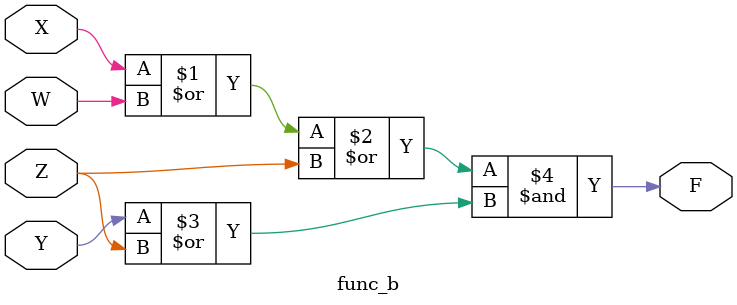
<source format=v>

module func_b (
  input X, Y, W, Z,
  output F
);

  assign F = (X | W | Z) & (Y | Z);

endmodule
</source>
